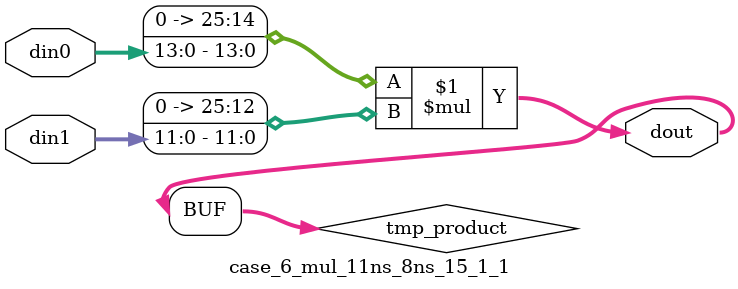
<source format=v>

`timescale 1 ns / 1 ps

 (* use_dsp = "no" *)  module case_6_mul_11ns_8ns_15_1_1(din0, din1, dout);
parameter ID = 1;
parameter NUM_STAGE = 0;
parameter din0_WIDTH = 14;
parameter din1_WIDTH = 12;
parameter dout_WIDTH = 26;

input [din0_WIDTH - 1 : 0] din0; 
input [din1_WIDTH - 1 : 0] din1; 
output [dout_WIDTH - 1 : 0] dout;

wire signed [dout_WIDTH - 1 : 0] tmp_product;
























assign tmp_product = $signed({1'b0, din0}) * $signed({1'b0, din1});











assign dout = tmp_product;





















endmodule

</source>
